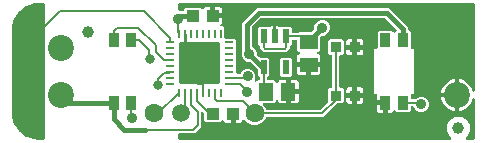
<source format=gbr>
G04 EAGLE Gerber RS-274X export*
G75*
%MOMM*%
%FSLAX34Y34*%
%LPD*%
%INBottom Copper*%
%IPPOS*%
%AMOC8*
5,1,8,0,0,1.08239X$1,22.5*%
G01*
%ADD10C,1.000000*%
%ADD11R,1.240000X1.500000*%
%ADD12R,1.500000X1.240000*%
%ADD13R,0.900000X0.900000*%
%ADD14C,0.350000*%
%ADD15R,0.800000X0.250000*%
%ADD16R,0.250000X0.800000*%
%ADD17C,1.500000*%
%ADD18C,1.600000*%
%ADD19R,1.075000X1.000000*%
%ADD20R,0.550000X1.200000*%
%ADD21R,0.900000X1.200000*%
%ADD22C,2.200000*%
%ADD23C,0.203200*%
%ADD24C,0.906400*%
%ADD25C,0.800100*%
%ADD26C,0.406400*%

G36*
X392823Y-57782D02*
X392823Y-57782D01*
X392842Y-57784D01*
X392963Y-57762D01*
X393085Y-57744D01*
X393102Y-57736D01*
X393122Y-57733D01*
X393232Y-57678D01*
X393344Y-57628D01*
X393359Y-57616D01*
X393377Y-57607D01*
X393467Y-57524D01*
X393561Y-57445D01*
X393572Y-57428D01*
X393586Y-57415D01*
X393651Y-57310D01*
X393719Y-57208D01*
X393725Y-57189D01*
X393735Y-57173D01*
X393767Y-57054D01*
X393804Y-56937D01*
X393805Y-56917D01*
X393810Y-56898D01*
X393809Y-56776D01*
X393812Y-56653D01*
X393807Y-56634D01*
X393806Y-56614D01*
X393771Y-56496D01*
X393740Y-56378D01*
X393730Y-56361D01*
X393724Y-56342D01*
X393657Y-56239D01*
X393595Y-56133D01*
X393580Y-56120D01*
X393570Y-56103D01*
X393513Y-56057D01*
X393387Y-55939D01*
X393342Y-55915D01*
X393311Y-55890D01*
X392666Y-55517D01*
X390009Y-50916D01*
X390009Y-45604D01*
X392666Y-41003D01*
X397267Y-38346D01*
X402579Y-38346D01*
X407180Y-41003D01*
X409837Y-45604D01*
X409837Y-50916D01*
X407180Y-55517D01*
X406535Y-55890D01*
X406520Y-55902D01*
X406502Y-55910D01*
X406408Y-55989D01*
X406311Y-56065D01*
X406300Y-56081D01*
X406285Y-56094D01*
X406217Y-56196D01*
X406145Y-56295D01*
X406138Y-56314D01*
X406127Y-56330D01*
X406090Y-56448D01*
X406049Y-56563D01*
X406048Y-56583D01*
X406042Y-56601D01*
X406038Y-56724D01*
X406031Y-56847D01*
X406035Y-56866D01*
X406034Y-56885D01*
X406065Y-57004D01*
X406092Y-57124D01*
X406101Y-57142D01*
X406106Y-57160D01*
X406169Y-57266D01*
X406228Y-57374D01*
X406241Y-57388D01*
X406251Y-57405D01*
X406341Y-57489D01*
X406427Y-57576D01*
X406444Y-57586D01*
X406459Y-57599D01*
X406568Y-57655D01*
X406675Y-57715D01*
X406694Y-57720D01*
X406712Y-57729D01*
X406784Y-57741D01*
X406952Y-57780D01*
X407003Y-57778D01*
X407043Y-57784D01*
X412750Y-57784D01*
X412808Y-57776D01*
X412866Y-57778D01*
X412948Y-57756D01*
X413032Y-57744D01*
X413085Y-57721D01*
X413141Y-57706D01*
X413214Y-57663D01*
X413291Y-57628D01*
X413336Y-57590D01*
X413386Y-57561D01*
X413444Y-57499D01*
X413508Y-57445D01*
X413540Y-57396D01*
X413580Y-57353D01*
X413619Y-57278D01*
X413666Y-57208D01*
X413683Y-57152D01*
X413710Y-57100D01*
X413721Y-57032D01*
X413751Y-56937D01*
X413754Y-56837D01*
X413765Y-56769D01*
X413765Y-23678D01*
X413748Y-23554D01*
X413734Y-23429D01*
X413728Y-23413D01*
X413725Y-23397D01*
X413674Y-23282D01*
X413627Y-23166D01*
X413616Y-23153D01*
X413609Y-23137D01*
X413528Y-23042D01*
X413450Y-22943D01*
X413436Y-22933D01*
X413426Y-22920D01*
X413321Y-22851D01*
X413219Y-22778D01*
X413203Y-22772D01*
X413189Y-22763D01*
X413069Y-22725D01*
X412951Y-22683D01*
X412934Y-22682D01*
X412918Y-22677D01*
X412793Y-22674D01*
X412667Y-22666D01*
X412651Y-22670D01*
X412634Y-22669D01*
X412513Y-22701D01*
X412390Y-22729D01*
X412375Y-22737D01*
X412359Y-22741D01*
X412251Y-22805D01*
X412141Y-22866D01*
X412129Y-22878D01*
X412114Y-22887D01*
X412028Y-22978D01*
X411940Y-23067D01*
X411932Y-23080D01*
X411920Y-23094D01*
X411790Y-23347D01*
X411789Y-23356D01*
X411784Y-23364D01*
X411189Y-25198D01*
X410221Y-27097D01*
X408968Y-28821D01*
X407461Y-30328D01*
X405737Y-31581D01*
X403838Y-32549D01*
X401811Y-33207D01*
X400671Y-33388D01*
X400671Y-21016D01*
X400663Y-20958D01*
X400665Y-20900D01*
X400643Y-20818D01*
X400631Y-20735D01*
X400607Y-20681D01*
X400593Y-20625D01*
X400550Y-20552D01*
X400515Y-20475D01*
X400477Y-20431D01*
X400447Y-20380D01*
X400386Y-20323D01*
X400331Y-20258D01*
X400283Y-20226D01*
X400240Y-20186D01*
X400165Y-20147D01*
X400095Y-20101D01*
X400039Y-20083D01*
X399987Y-20056D01*
X399919Y-20045D01*
X399824Y-20015D01*
X399724Y-20012D01*
X399656Y-20001D01*
X398639Y-20001D01*
X398639Y-19999D01*
X399656Y-19999D01*
X399714Y-19991D01*
X399772Y-19992D01*
X399854Y-19971D01*
X399937Y-19959D01*
X399991Y-19935D01*
X400047Y-19921D01*
X400120Y-19878D01*
X400197Y-19843D01*
X400242Y-19805D01*
X400292Y-19775D01*
X400350Y-19714D01*
X400414Y-19659D01*
X400446Y-19611D01*
X400486Y-19568D01*
X400525Y-19493D01*
X400571Y-19423D01*
X400589Y-19367D01*
X400616Y-19315D01*
X400627Y-19247D01*
X400657Y-19152D01*
X400660Y-19052D01*
X400671Y-18984D01*
X400671Y-6612D01*
X401811Y-6793D01*
X403838Y-7451D01*
X405737Y-8419D01*
X407461Y-9672D01*
X408968Y-11179D01*
X410221Y-12903D01*
X411189Y-14802D01*
X411784Y-16636D01*
X411840Y-16749D01*
X411891Y-16863D01*
X411902Y-16876D01*
X411909Y-16891D01*
X411994Y-16984D01*
X412075Y-17080D01*
X412089Y-17089D01*
X412100Y-17102D01*
X412207Y-17168D01*
X412311Y-17237D01*
X412327Y-17243D01*
X412342Y-17252D01*
X412463Y-17285D01*
X412582Y-17323D01*
X412599Y-17324D01*
X412616Y-17328D01*
X412741Y-17327D01*
X412866Y-17331D01*
X412883Y-17326D01*
X412900Y-17326D01*
X413020Y-17290D01*
X413141Y-17259D01*
X413156Y-17250D01*
X413172Y-17245D01*
X413278Y-17177D01*
X413386Y-17113D01*
X413397Y-17101D01*
X413412Y-17092D01*
X413494Y-16998D01*
X413580Y-16906D01*
X413588Y-16891D01*
X413599Y-16878D01*
X413653Y-16765D01*
X413710Y-16653D01*
X413712Y-16638D01*
X413720Y-16621D01*
X413765Y-16340D01*
X413764Y-16331D01*
X413765Y-16322D01*
X413765Y56769D01*
X413757Y56827D01*
X413759Y56885D01*
X413737Y56967D01*
X413725Y57051D01*
X413702Y57104D01*
X413687Y57160D01*
X413644Y57233D01*
X413609Y57310D01*
X413571Y57355D01*
X413542Y57405D01*
X413480Y57463D01*
X413426Y57527D01*
X413377Y57559D01*
X413334Y57599D01*
X413259Y57638D01*
X413189Y57685D01*
X413133Y57702D01*
X413081Y57729D01*
X413013Y57740D01*
X412918Y57770D01*
X412818Y57773D01*
X412750Y57784D01*
X163830Y57784D01*
X163772Y57776D01*
X163714Y57778D01*
X163632Y57756D01*
X163549Y57744D01*
X163495Y57721D01*
X163439Y57706D01*
X163366Y57663D01*
X163289Y57628D01*
X163244Y57590D01*
X163194Y57561D01*
X163136Y57499D01*
X163072Y57445D01*
X163040Y57396D01*
X163000Y57353D01*
X162961Y57278D01*
X162915Y57208D01*
X162897Y57152D01*
X162870Y57100D01*
X162859Y57032D01*
X162829Y56937D01*
X162826Y56837D01*
X162815Y56769D01*
X162815Y52070D01*
X162823Y52012D01*
X162821Y51954D01*
X162843Y51872D01*
X162855Y51788D01*
X162879Y51735D01*
X162893Y51679D01*
X162936Y51606D01*
X162971Y51529D01*
X163009Y51484D01*
X163039Y51434D01*
X163100Y51376D01*
X163155Y51312D01*
X163203Y51280D01*
X163246Y51240D01*
X163321Y51201D01*
X163391Y51154D01*
X163447Y51137D01*
X163499Y51110D01*
X163567Y51099D01*
X163662Y51069D01*
X163762Y51066D01*
X163830Y51055D01*
X166592Y51055D01*
X166650Y51063D01*
X166708Y51061D01*
X166790Y51083D01*
X166874Y51095D01*
X166927Y51118D01*
X166983Y51133D01*
X167056Y51176D01*
X167133Y51211D01*
X167178Y51249D01*
X167228Y51278D01*
X167286Y51340D01*
X167350Y51394D01*
X167382Y51443D01*
X167422Y51486D01*
X167461Y51561D01*
X167508Y51631D01*
X167525Y51687D01*
X167552Y51739D01*
X167563Y51807D01*
X167593Y51902D01*
X167596Y52002D01*
X167607Y52070D01*
X167607Y52832D01*
X168798Y54023D01*
X181232Y54023D01*
X182609Y52646D01*
X182648Y52616D01*
X182681Y52580D01*
X182761Y52531D01*
X182836Y52475D01*
X182882Y52457D01*
X182923Y52432D01*
X183014Y52407D01*
X183102Y52374D01*
X183151Y52369D01*
X183198Y52357D01*
X183292Y52358D01*
X183385Y52350D01*
X183433Y52360D01*
X183482Y52360D01*
X183572Y52387D01*
X183664Y52406D01*
X183707Y52428D01*
X183754Y52442D01*
X183833Y52493D01*
X183916Y52537D01*
X183952Y52570D01*
X183993Y52597D01*
X184040Y52654D01*
X184122Y52733D01*
X184166Y52808D01*
X184206Y52856D01*
X184607Y53550D01*
X185080Y54023D01*
X185659Y54358D01*
X186306Y54531D01*
X189984Y54531D01*
X189984Y48006D01*
X189992Y47948D01*
X189990Y47890D01*
X190012Y47808D01*
X190024Y47725D01*
X190048Y47671D01*
X190062Y47615D01*
X190105Y47542D01*
X190140Y47465D01*
X190178Y47421D01*
X190208Y47370D01*
X190269Y47313D01*
X190324Y47248D01*
X190372Y47216D01*
X190415Y47176D01*
X190490Y47137D01*
X190560Y47091D01*
X190616Y47073D01*
X190668Y47046D01*
X190736Y47035D01*
X190831Y47005D01*
X190931Y47002D01*
X190999Y46991D01*
X192016Y46991D01*
X192016Y45974D01*
X192024Y45916D01*
X192023Y45858D01*
X192044Y45776D01*
X192056Y45693D01*
X192080Y45639D01*
X192094Y45583D01*
X192137Y45510D01*
X192172Y45433D01*
X192210Y45388D01*
X192240Y45338D01*
X192301Y45280D01*
X192356Y45216D01*
X192404Y45184D01*
X192447Y45144D01*
X192522Y45105D01*
X192592Y45059D01*
X192648Y45041D01*
X192700Y45014D01*
X192768Y45003D01*
X192863Y44973D01*
X192963Y44970D01*
X193031Y44959D01*
X199931Y44959D01*
X199931Y41656D01*
X199758Y41009D01*
X199423Y40430D01*
X198950Y39957D01*
X198873Y39912D01*
X198857Y39900D01*
X198839Y39892D01*
X198746Y39813D01*
X198649Y39737D01*
X198637Y39721D01*
X198622Y39708D01*
X198554Y39606D01*
X198482Y39507D01*
X198476Y39488D01*
X198465Y39472D01*
X198428Y39354D01*
X198386Y39239D01*
X198385Y39220D01*
X198379Y39201D01*
X198376Y39078D01*
X198368Y38955D01*
X198372Y38936D01*
X198372Y38917D01*
X198403Y38798D01*
X198429Y38678D01*
X198439Y38660D01*
X198443Y38642D01*
X198506Y38536D01*
X198565Y38428D01*
X198579Y38414D01*
X198589Y38397D01*
X198678Y38313D01*
X198765Y38226D01*
X198782Y38216D01*
X198796Y38203D01*
X198905Y38147D01*
X199013Y38087D01*
X199032Y38082D01*
X199049Y38073D01*
X199122Y38061D01*
X199289Y38022D01*
X199340Y38024D01*
X199380Y38018D01*
X200567Y38018D01*
X201758Y36827D01*
X201758Y28783D01*
X201766Y28725D01*
X201764Y28667D01*
X201786Y28585D01*
X201798Y28501D01*
X201821Y28448D01*
X201836Y28392D01*
X201879Y28319D01*
X201914Y28242D01*
X201952Y28197D01*
X201981Y28147D01*
X202043Y28089D01*
X202097Y28025D01*
X202146Y27993D01*
X202189Y27953D01*
X202264Y27914D01*
X202334Y27867D01*
X202390Y27850D01*
X202442Y27823D01*
X202510Y27812D01*
X202605Y27782D01*
X202705Y27779D01*
X202773Y27768D01*
X210817Y27768D01*
X212008Y26577D01*
X212008Y-1451D01*
X212016Y-1509D01*
X212014Y-1567D01*
X212036Y-1649D01*
X212048Y-1733D01*
X212071Y-1786D01*
X212086Y-1842D01*
X212129Y-1915D01*
X212164Y-1992D01*
X212202Y-2037D01*
X212231Y-2087D01*
X212293Y-2145D01*
X212347Y-2209D01*
X212396Y-2241D01*
X212439Y-2281D01*
X212514Y-2320D01*
X212584Y-2367D01*
X212640Y-2384D01*
X212692Y-2411D01*
X212760Y-2422D01*
X212855Y-2452D01*
X212955Y-2455D01*
X213023Y-2466D01*
X214505Y-2466D01*
X214506Y-2466D01*
X214508Y-2466D01*
X214648Y-2446D01*
X214786Y-2426D01*
X214788Y-2426D01*
X214789Y-2426D01*
X214915Y-2369D01*
X215046Y-2310D01*
X215047Y-2309D01*
X215048Y-2308D01*
X215156Y-2217D01*
X215263Y-2127D01*
X215264Y-2125D01*
X215265Y-2124D01*
X215273Y-2111D01*
X215420Y-1890D01*
X215430Y-1861D01*
X215443Y-1840D01*
X215947Y-623D01*
X217793Y1223D01*
X220206Y2223D01*
X222818Y2223D01*
X225231Y1223D01*
X227077Y-623D01*
X228077Y-3036D01*
X228077Y-5648D01*
X227395Y-7293D01*
X227374Y-7376D01*
X227343Y-7456D01*
X227338Y-7513D01*
X227324Y-7568D01*
X227327Y-7654D01*
X227320Y-7740D01*
X227331Y-7795D01*
X227332Y-7852D01*
X227359Y-7934D01*
X227375Y-8018D01*
X227402Y-8069D01*
X227419Y-8123D01*
X227467Y-8194D01*
X227506Y-8271D01*
X227546Y-8312D01*
X227577Y-8359D01*
X227643Y-8414D01*
X227702Y-8477D01*
X227751Y-8506D01*
X227795Y-8542D01*
X227873Y-8577D01*
X227948Y-8620D01*
X228003Y-8635D01*
X228055Y-8658D01*
X228140Y-8669D01*
X228223Y-8691D01*
X228280Y-8689D01*
X228336Y-8697D01*
X228421Y-8684D01*
X228507Y-8682D01*
X228561Y-8664D01*
X228618Y-8656D01*
X228696Y-8621D01*
X228778Y-8594D01*
X228818Y-8565D01*
X228877Y-8539D01*
X228987Y-8445D01*
X229051Y-8399D01*
X229838Y-7612D01*
X230911Y-7612D01*
X230969Y-7604D01*
X231027Y-7606D01*
X231109Y-7584D01*
X231193Y-7572D01*
X231246Y-7549D01*
X231302Y-7534D01*
X231375Y-7491D01*
X231452Y-7456D01*
X231497Y-7418D01*
X231547Y-7389D01*
X231605Y-7327D01*
X231669Y-7273D01*
X231701Y-7224D01*
X231741Y-7181D01*
X231780Y-7106D01*
X231827Y-7036D01*
X231844Y-6980D01*
X231871Y-6928D01*
X231882Y-6860D01*
X231912Y-6765D01*
X231915Y-6665D01*
X231926Y-6597D01*
X231926Y-5488D01*
X231914Y-5401D01*
X231911Y-5313D01*
X231894Y-5261D01*
X231886Y-5206D01*
X231851Y-5126D01*
X231824Y-5043D01*
X231796Y-5004D01*
X231770Y-4947D01*
X231674Y-4833D01*
X231629Y-4770D01*
X230192Y-3333D01*
X230192Y1129D01*
X230185Y1182D01*
X230186Y1217D01*
X230179Y1241D01*
X230177Y1303D01*
X230160Y1355D01*
X230152Y1410D01*
X230117Y1490D01*
X230090Y1573D01*
X230062Y1613D01*
X230036Y1670D01*
X229940Y1783D01*
X229895Y1847D01*
X223999Y7743D01*
X223929Y7795D01*
X223865Y7855D01*
X223816Y7881D01*
X223771Y7914D01*
X223690Y7945D01*
X223612Y7985D01*
X223564Y7993D01*
X223506Y8015D01*
X223358Y8027D01*
X223281Y8040D01*
X221579Y8040D01*
X219166Y9040D01*
X217320Y10886D01*
X216320Y13299D01*
X216320Y15911D01*
X216838Y17161D01*
X216846Y17191D01*
X216860Y17218D01*
X216873Y17296D01*
X216909Y17436D01*
X216907Y17500D01*
X216915Y17549D01*
X216915Y41054D01*
X229456Y53595D01*
X340774Y53595D01*
X357125Y37244D01*
X357125Y35548D01*
X357133Y35490D01*
X357131Y35432D01*
X357153Y35350D01*
X357165Y35266D01*
X357188Y35213D01*
X357203Y35157D01*
X357246Y35084D01*
X357281Y35007D01*
X357319Y34962D01*
X357348Y34912D01*
X357410Y34854D01*
X357464Y34790D01*
X357513Y34758D01*
X357556Y34718D01*
X357631Y34679D01*
X357701Y34632D01*
X357757Y34615D01*
X357809Y34588D01*
X357877Y34577D01*
X357972Y34547D01*
X358072Y34544D01*
X358140Y34533D01*
X358282Y34533D01*
X359473Y33342D01*
X359473Y20016D01*
X359481Y19958D01*
X359479Y19900D01*
X359501Y19818D01*
X359513Y19734D01*
X359536Y19681D01*
X359551Y19625D01*
X359594Y19552D01*
X359629Y19475D01*
X359667Y19430D01*
X359696Y19380D01*
X359758Y19322D01*
X359812Y19258D01*
X359861Y19226D01*
X359904Y19186D01*
X359979Y19147D01*
X360049Y19100D01*
X360105Y19083D01*
X360157Y19056D01*
X360225Y19045D01*
X360320Y19015D01*
X360420Y19012D01*
X360488Y19001D01*
X362440Y19001D01*
X362441Y19000D01*
X362441Y-19000D01*
X362440Y-19001D01*
X360488Y-19001D01*
X360430Y-19009D01*
X360372Y-19007D01*
X360290Y-19029D01*
X360206Y-19041D01*
X360153Y-19064D01*
X360097Y-19079D01*
X360024Y-19122D01*
X359947Y-19157D01*
X359902Y-19195D01*
X359852Y-19224D01*
X359794Y-19286D01*
X359730Y-19340D01*
X359698Y-19389D01*
X359658Y-19432D01*
X359619Y-19507D01*
X359572Y-19577D01*
X359555Y-19633D01*
X359528Y-19685D01*
X359517Y-19753D01*
X359487Y-19848D01*
X359484Y-19948D01*
X359473Y-20016D01*
X359473Y-22436D01*
X359481Y-22494D01*
X359479Y-22552D01*
X359501Y-22634D01*
X359513Y-22718D01*
X359536Y-22771D01*
X359551Y-22827D01*
X359594Y-22900D01*
X359629Y-22977D01*
X359667Y-23022D01*
X359696Y-23072D01*
X359758Y-23130D01*
X359812Y-23194D01*
X359861Y-23226D01*
X359904Y-23266D01*
X359979Y-23305D01*
X360049Y-23352D01*
X360105Y-23369D01*
X360157Y-23396D01*
X360225Y-23407D01*
X360320Y-23437D01*
X360420Y-23440D01*
X360488Y-23451D01*
X363084Y-23451D01*
X363171Y-23439D01*
X363258Y-23436D01*
X363311Y-23419D01*
X363366Y-23411D01*
X363446Y-23376D01*
X363529Y-23349D01*
X363568Y-23321D01*
X363625Y-23295D01*
X363738Y-23199D01*
X363802Y-23154D01*
X364581Y-22375D01*
X366994Y-21375D01*
X369606Y-21375D01*
X372019Y-22375D01*
X373865Y-24221D01*
X374865Y-26634D01*
X374865Y-29246D01*
X373865Y-31659D01*
X372019Y-33505D01*
X369606Y-34505D01*
X366994Y-34505D01*
X364581Y-33505D01*
X362735Y-31659D01*
X362120Y-30175D01*
X362120Y-30174D01*
X362119Y-30173D01*
X362050Y-30056D01*
X361976Y-29931D01*
X361975Y-29929D01*
X361974Y-29928D01*
X361872Y-29833D01*
X361769Y-29735D01*
X361768Y-29735D01*
X361767Y-29734D01*
X361641Y-29669D01*
X361516Y-29605D01*
X361515Y-29605D01*
X361513Y-29604D01*
X361499Y-29602D01*
X361238Y-29550D01*
X361207Y-29553D01*
X361182Y-29549D01*
X360488Y-29549D01*
X360430Y-29557D01*
X360372Y-29555D01*
X360290Y-29577D01*
X360206Y-29589D01*
X360153Y-29612D01*
X360097Y-29627D01*
X360024Y-29670D01*
X359947Y-29705D01*
X359902Y-29743D01*
X359852Y-29772D01*
X359794Y-29834D01*
X359730Y-29888D01*
X359698Y-29937D01*
X359658Y-29980D01*
X359619Y-30055D01*
X359572Y-30125D01*
X359555Y-30181D01*
X359528Y-30233D01*
X359517Y-30301D01*
X359487Y-30396D01*
X359484Y-30496D01*
X359473Y-30564D01*
X359473Y-33342D01*
X358282Y-34533D01*
X347598Y-34533D01*
X346379Y-33314D01*
X346340Y-33285D01*
X346308Y-33249D01*
X346227Y-33200D01*
X346152Y-33143D01*
X346107Y-33126D01*
X346065Y-33100D01*
X345975Y-33076D01*
X345887Y-33042D01*
X345838Y-33038D01*
X345791Y-33025D01*
X345697Y-33026D01*
X345603Y-33018D01*
X345556Y-33028D01*
X345507Y-33029D01*
X345417Y-33056D01*
X345325Y-33074D01*
X345281Y-33097D01*
X345235Y-33111D01*
X345156Y-33162D01*
X345072Y-33205D01*
X345037Y-33239D01*
X344996Y-33265D01*
X344949Y-33323D01*
X344866Y-33401D01*
X344822Y-33476D01*
X344782Y-33524D01*
X344473Y-34060D01*
X344000Y-34533D01*
X343421Y-34868D01*
X342774Y-35041D01*
X339971Y-35041D01*
X339971Y-27516D01*
X339963Y-27458D01*
X339964Y-27400D01*
X339943Y-27318D01*
X339931Y-27235D01*
X339907Y-27181D01*
X339893Y-27125D01*
X339850Y-27052D01*
X339815Y-26975D01*
X339777Y-26931D01*
X339747Y-26880D01*
X339686Y-26823D01*
X339631Y-26758D01*
X339583Y-26726D01*
X339540Y-26686D01*
X339465Y-26647D01*
X339395Y-26601D01*
X339339Y-26583D01*
X339287Y-26556D01*
X339219Y-26545D01*
X339124Y-26515D01*
X339024Y-26512D01*
X338956Y-26501D01*
X337939Y-26501D01*
X337939Y-25484D01*
X337931Y-25426D01*
X337932Y-25368D01*
X337911Y-25286D01*
X337899Y-25203D01*
X337875Y-25149D01*
X337861Y-25093D01*
X337818Y-25020D01*
X337783Y-24943D01*
X337745Y-24898D01*
X337715Y-24848D01*
X337654Y-24790D01*
X337599Y-24726D01*
X337551Y-24694D01*
X337508Y-24654D01*
X337433Y-24615D01*
X337363Y-24569D01*
X337307Y-24551D01*
X337255Y-24524D01*
X337187Y-24513D01*
X337092Y-24483D01*
X336992Y-24480D01*
X336924Y-24469D01*
X330899Y-24469D01*
X330899Y-20032D01*
X330899Y-20031D01*
X330903Y-19997D01*
X330896Y-19949D01*
X330897Y-19900D01*
X330873Y-19809D01*
X330858Y-19716D01*
X330837Y-19672D01*
X330825Y-19625D01*
X330777Y-19544D01*
X330737Y-19459D01*
X330705Y-19422D01*
X330680Y-19380D01*
X330611Y-19316D01*
X330549Y-19245D01*
X330508Y-19219D01*
X330472Y-19186D01*
X330389Y-19143D01*
X330310Y-19092D01*
X330263Y-19079D01*
X330219Y-19056D01*
X330146Y-19044D01*
X330037Y-19012D01*
X329950Y-19011D01*
X329888Y-19001D01*
X328440Y-19001D01*
X328439Y-19000D01*
X328439Y19000D01*
X328440Y19001D01*
X330392Y19001D01*
X330450Y19009D01*
X330508Y19007D01*
X330590Y19029D01*
X330674Y19041D01*
X330727Y19064D01*
X330783Y19079D01*
X330856Y19122D01*
X330933Y19157D01*
X330978Y19195D01*
X331028Y19224D01*
X331086Y19286D01*
X331150Y19340D01*
X331182Y19389D01*
X331222Y19432D01*
X331261Y19507D01*
X331308Y19577D01*
X331325Y19633D01*
X331352Y19685D01*
X331363Y19753D01*
X331393Y19848D01*
X331396Y19948D01*
X331407Y20016D01*
X331407Y33342D01*
X332598Y34533D01*
X343282Y34533D01*
X344722Y33093D01*
X344769Y33058D01*
X344809Y33015D01*
X344882Y32972D01*
X344949Y32922D01*
X345004Y32901D01*
X345054Y32871D01*
X345136Y32851D01*
X345215Y32820D01*
X345273Y32816D01*
X345330Y32801D01*
X345414Y32804D01*
X345498Y32797D01*
X345556Y32808D01*
X345614Y32810D01*
X345694Y32836D01*
X345777Y32853D01*
X345829Y32880D01*
X345885Y32898D01*
X345941Y32938D01*
X346029Y32984D01*
X346102Y33053D01*
X346158Y33093D01*
X347251Y34185D01*
X347286Y34232D01*
X347328Y34272D01*
X347371Y34345D01*
X347421Y34412D01*
X347442Y34467D01*
X347472Y34518D01*
X347493Y34599D01*
X347523Y34678D01*
X347528Y34736D01*
X347542Y34793D01*
X347539Y34877D01*
X347546Y34961D01*
X347535Y35019D01*
X347533Y35077D01*
X347507Y35157D01*
X347490Y35240D01*
X347463Y35292D01*
X347445Y35348D01*
X347405Y35404D01*
X347359Y35492D01*
X347291Y35565D01*
X347251Y35621D01*
X337704Y45168D01*
X337634Y45220D01*
X337570Y45280D01*
X337521Y45306D01*
X337476Y45339D01*
X337395Y45370D01*
X337317Y45410D01*
X337269Y45418D01*
X337211Y45440D01*
X337063Y45452D01*
X336986Y45465D01*
X233244Y45465D01*
X233158Y45453D01*
X233070Y45450D01*
X233018Y45433D01*
X232963Y45425D01*
X232883Y45390D01*
X232800Y45363D01*
X232760Y45335D01*
X232703Y45309D01*
X232590Y45213D01*
X232526Y45168D01*
X225342Y37984D01*
X225290Y37914D01*
X225230Y37850D01*
X225204Y37801D01*
X225171Y37756D01*
X225140Y37675D01*
X225100Y37597D01*
X225092Y37549D01*
X225070Y37491D01*
X225058Y37343D01*
X225045Y37266D01*
X225045Y21494D01*
X225045Y21493D01*
X225045Y21491D01*
X225065Y21350D01*
X225085Y21213D01*
X225085Y21211D01*
X225085Y21210D01*
X225145Y21077D01*
X225201Y20953D01*
X225202Y20952D01*
X225203Y20951D01*
X225295Y20843D01*
X225384Y20736D01*
X225386Y20736D01*
X225387Y20734D01*
X225400Y20726D01*
X225621Y20579D01*
X225650Y20570D01*
X225671Y20556D01*
X226604Y20170D01*
X228450Y18324D01*
X229450Y15911D01*
X229450Y14209D01*
X229462Y14123D01*
X229465Y14035D01*
X229482Y13983D01*
X229490Y13928D01*
X229525Y13848D01*
X229552Y13765D01*
X229580Y13725D01*
X229606Y13668D01*
X229702Y13555D01*
X229747Y13491D01*
X231399Y11839D01*
X231469Y11787D01*
X231533Y11727D01*
X231582Y11701D01*
X231627Y11668D01*
X231708Y11637D01*
X231786Y11597D01*
X231834Y11589D01*
X231892Y11567D01*
X232040Y11555D01*
X232117Y11542D01*
X238567Y11542D01*
X239758Y10351D01*
X239758Y-3333D01*
X238321Y-4770D01*
X238269Y-4839D01*
X238209Y-4903D01*
X238183Y-4953D01*
X238150Y-4997D01*
X238119Y-5079D01*
X238079Y-5156D01*
X238071Y-5204D01*
X238049Y-5262D01*
X238037Y-5410D01*
X238024Y-5488D01*
X238024Y-6597D01*
X238032Y-6655D01*
X238030Y-6713D01*
X238052Y-6795D01*
X238064Y-6879D01*
X238087Y-6932D01*
X238102Y-6988D01*
X238145Y-7061D01*
X238180Y-7138D01*
X238218Y-7183D01*
X238247Y-7233D01*
X238309Y-7291D01*
X238363Y-7355D01*
X238412Y-7387D01*
X238455Y-7427D01*
X238530Y-7466D01*
X238600Y-7513D01*
X238656Y-7530D01*
X238708Y-7557D01*
X238776Y-7568D01*
X238871Y-7598D01*
X238971Y-7601D01*
X239039Y-7612D01*
X243922Y-7612D01*
X245113Y-8803D01*
X245113Y-9162D01*
X245114Y-9172D01*
X245113Y-9182D01*
X245134Y-9313D01*
X245153Y-9444D01*
X245157Y-9453D01*
X245158Y-9462D01*
X245214Y-9582D01*
X245269Y-9703D01*
X245275Y-9711D01*
X245279Y-9719D01*
X245367Y-9819D01*
X245452Y-9920D01*
X245461Y-9925D01*
X245467Y-9933D01*
X245579Y-10004D01*
X245689Y-10078D01*
X245699Y-10081D01*
X245707Y-10086D01*
X245833Y-10123D01*
X245960Y-10163D01*
X245970Y-10164D01*
X245979Y-10166D01*
X246112Y-10167D01*
X246244Y-10171D01*
X246254Y-10168D01*
X246264Y-10168D01*
X246392Y-10132D01*
X246519Y-10099D01*
X246528Y-10094D01*
X246537Y-10091D01*
X246650Y-10021D01*
X246764Y-9954D01*
X246771Y-9946D01*
X246779Y-9941D01*
X246868Y-9843D01*
X246958Y-9746D01*
X246963Y-9738D01*
X246969Y-9730D01*
X246993Y-9679D01*
X247088Y-9493D01*
X247094Y-9458D01*
X247109Y-9425D01*
X247312Y-8664D01*
X247647Y-8085D01*
X248120Y-7612D01*
X248699Y-7277D01*
X249346Y-7104D01*
X253849Y-7104D01*
X253849Y-16129D01*
X253857Y-16187D01*
X253855Y-16245D01*
X253877Y-16327D01*
X253889Y-16410D01*
X253913Y-16464D01*
X253927Y-16520D01*
X253970Y-16593D01*
X254005Y-16670D01*
X254043Y-16714D01*
X254073Y-16765D01*
X254134Y-16822D01*
X254189Y-16887D01*
X254237Y-16919D01*
X254280Y-16959D01*
X254355Y-16998D01*
X254425Y-17044D01*
X254481Y-17062D01*
X254533Y-17089D01*
X254601Y-17100D01*
X254696Y-17130D01*
X254796Y-17133D01*
X254864Y-17144D01*
X255881Y-17144D01*
X255881Y-17146D01*
X254864Y-17146D01*
X254806Y-17154D01*
X254748Y-17153D01*
X254666Y-17174D01*
X254583Y-17186D01*
X254529Y-17210D01*
X254473Y-17224D01*
X254400Y-17267D01*
X254323Y-17302D01*
X254278Y-17340D01*
X254228Y-17370D01*
X254170Y-17431D01*
X254106Y-17486D01*
X254074Y-17534D01*
X254034Y-17577D01*
X253995Y-17652D01*
X253949Y-17722D01*
X253931Y-17778D01*
X253904Y-17830D01*
X253893Y-17898D01*
X253863Y-17993D01*
X253860Y-18093D01*
X253849Y-18161D01*
X253849Y-27186D01*
X249346Y-27186D01*
X248699Y-27013D01*
X248120Y-26678D01*
X247647Y-26205D01*
X247312Y-25626D01*
X247109Y-24865D01*
X247105Y-24856D01*
X247103Y-24846D01*
X247050Y-24726D01*
X246997Y-24604D01*
X246991Y-24596D01*
X246987Y-24587D01*
X246902Y-24486D01*
X246818Y-24383D01*
X246810Y-24377D01*
X246803Y-24370D01*
X246693Y-24297D01*
X246584Y-24221D01*
X246575Y-24218D01*
X246567Y-24212D01*
X246440Y-24172D01*
X246315Y-24130D01*
X246305Y-24130D01*
X246296Y-24127D01*
X246163Y-24123D01*
X246031Y-24117D01*
X246021Y-24120D01*
X246012Y-24119D01*
X245884Y-24153D01*
X245755Y-24184D01*
X245746Y-24189D01*
X245737Y-24191D01*
X245623Y-24259D01*
X245507Y-24324D01*
X245501Y-24331D01*
X245492Y-24336D01*
X245401Y-24433D01*
X245309Y-24528D01*
X245304Y-24536D01*
X245298Y-24544D01*
X245237Y-24662D01*
X245175Y-24778D01*
X245173Y-24788D01*
X245168Y-24797D01*
X245159Y-24853D01*
X245115Y-25056D01*
X245119Y-25092D01*
X245113Y-25128D01*
X245113Y-25487D01*
X243922Y-26678D01*
X235087Y-26678D01*
X235058Y-26682D01*
X235029Y-26679D01*
X234918Y-26702D01*
X234806Y-26718D01*
X234779Y-26730D01*
X234750Y-26735D01*
X234649Y-26788D01*
X234546Y-26834D01*
X234524Y-26853D01*
X234498Y-26866D01*
X234416Y-26944D01*
X234329Y-27017D01*
X234313Y-27042D01*
X234292Y-27062D01*
X234235Y-27160D01*
X234172Y-27254D01*
X234163Y-27282D01*
X234148Y-27307D01*
X234120Y-27417D01*
X234086Y-27525D01*
X234085Y-27555D01*
X234078Y-27583D01*
X234082Y-27696D01*
X234079Y-27809D01*
X234086Y-27838D01*
X234087Y-27867D01*
X234122Y-27975D01*
X234150Y-28084D01*
X234165Y-28110D01*
X234174Y-28138D01*
X234220Y-28202D01*
X234296Y-28329D01*
X234341Y-28372D01*
X234369Y-28411D01*
X235835Y-29877D01*
X236667Y-31885D01*
X236668Y-31886D01*
X236668Y-31887D01*
X236740Y-32008D01*
X236811Y-32129D01*
X236813Y-32130D01*
X236813Y-32132D01*
X236917Y-32229D01*
X237018Y-32325D01*
X237020Y-32325D01*
X237021Y-32326D01*
X237146Y-32391D01*
X237271Y-32455D01*
X237272Y-32455D01*
X237274Y-32456D01*
X237289Y-32458D01*
X237550Y-32510D01*
X237580Y-32507D01*
X237605Y-32511D01*
X282797Y-32511D01*
X282883Y-32499D01*
X282971Y-32496D01*
X283023Y-32479D01*
X283078Y-32471D01*
X283158Y-32436D01*
X283241Y-32409D01*
X283280Y-32381D01*
X283338Y-32355D01*
X283451Y-32259D01*
X283515Y-32214D01*
X289335Y-26394D01*
X289387Y-26324D01*
X289447Y-26260D01*
X289473Y-26211D01*
X289506Y-26166D01*
X289537Y-26085D01*
X289577Y-26007D01*
X289585Y-25959D01*
X289607Y-25901D01*
X289619Y-25753D01*
X289632Y-25676D01*
X289632Y-15158D01*
X290823Y-13967D01*
X292101Y-13967D01*
X292159Y-13959D01*
X292217Y-13961D01*
X292299Y-13939D01*
X292383Y-13927D01*
X292436Y-13904D01*
X292492Y-13889D01*
X292565Y-13846D01*
X292642Y-13811D01*
X292687Y-13773D01*
X292737Y-13744D01*
X292795Y-13682D01*
X292859Y-13628D01*
X292891Y-13579D01*
X292931Y-13536D01*
X292970Y-13461D01*
X293017Y-13391D01*
X293034Y-13335D01*
X293061Y-13283D01*
X293072Y-13215D01*
X293102Y-13120D01*
X293105Y-13020D01*
X293116Y-12952D01*
X293116Y12952D01*
X293108Y13010D01*
X293110Y13068D01*
X293088Y13150D01*
X293076Y13234D01*
X293053Y13287D01*
X293038Y13343D01*
X292995Y13416D01*
X292960Y13493D01*
X292922Y13538D01*
X292893Y13588D01*
X292831Y13646D01*
X292777Y13710D01*
X292728Y13742D01*
X292685Y13782D01*
X292610Y13821D01*
X292540Y13868D01*
X292484Y13885D01*
X292432Y13912D01*
X292364Y13923D01*
X292269Y13953D01*
X292169Y13956D01*
X292101Y13967D01*
X290823Y13967D01*
X289632Y15158D01*
X289632Y25842D01*
X290823Y27033D01*
X301507Y27033D01*
X302698Y25842D01*
X302698Y15158D01*
X301507Y13967D01*
X300229Y13967D01*
X300171Y13959D01*
X300113Y13961D01*
X300031Y13939D01*
X299947Y13927D01*
X299894Y13904D01*
X299838Y13889D01*
X299765Y13846D01*
X299688Y13811D01*
X299643Y13773D01*
X299593Y13744D01*
X299535Y13682D01*
X299471Y13628D01*
X299439Y13579D01*
X299399Y13536D01*
X299360Y13461D01*
X299313Y13391D01*
X299296Y13335D01*
X299269Y13283D01*
X299258Y13215D01*
X299228Y13120D01*
X299225Y13020D01*
X299214Y12952D01*
X299214Y-12952D01*
X299222Y-13010D01*
X299220Y-13068D01*
X299242Y-13150D01*
X299254Y-13234D01*
X299277Y-13287D01*
X299292Y-13343D01*
X299335Y-13416D01*
X299370Y-13493D01*
X299408Y-13538D01*
X299437Y-13588D01*
X299499Y-13646D01*
X299553Y-13710D01*
X299602Y-13742D01*
X299645Y-13782D01*
X299720Y-13821D01*
X299790Y-13868D01*
X299846Y-13885D01*
X299898Y-13912D01*
X299966Y-13923D01*
X300061Y-13953D01*
X300161Y-13956D01*
X300229Y-13967D01*
X301507Y-13967D01*
X302698Y-15158D01*
X302698Y-25842D01*
X301507Y-27033D01*
X297739Y-27033D01*
X297653Y-27045D01*
X297565Y-27048D01*
X297513Y-27065D01*
X297458Y-27073D01*
X297378Y-27108D01*
X297295Y-27135D01*
X297256Y-27163D01*
X297198Y-27189D01*
X297085Y-27285D01*
X297021Y-27330D01*
X287826Y-36525D01*
X287826Y-36526D01*
X285743Y-38609D01*
X237605Y-38609D01*
X237603Y-38609D01*
X237602Y-38609D01*
X237462Y-38629D01*
X237323Y-38649D01*
X237322Y-38649D01*
X237320Y-38649D01*
X237194Y-38706D01*
X237064Y-38765D01*
X237063Y-38766D01*
X237061Y-38767D01*
X236954Y-38858D01*
X236847Y-38948D01*
X236846Y-38950D01*
X236845Y-38951D01*
X236837Y-38964D01*
X236689Y-39185D01*
X236680Y-39214D01*
X236667Y-39235D01*
X235835Y-41243D01*
X233013Y-44065D01*
X229326Y-45593D01*
X225334Y-45593D01*
X221647Y-44065D01*
X218749Y-41168D01*
X218718Y-41144D01*
X218692Y-41115D01*
X218605Y-41059D01*
X218522Y-40997D01*
X218486Y-40983D01*
X218453Y-40962D01*
X218353Y-40932D01*
X218256Y-40896D01*
X218218Y-40892D01*
X218180Y-40881D01*
X218076Y-40881D01*
X217973Y-40872D01*
X217935Y-40880D01*
X217896Y-40879D01*
X217796Y-40908D01*
X217694Y-40928D01*
X217660Y-40946D01*
X217622Y-40956D01*
X217534Y-41011D01*
X217442Y-41059D01*
X217414Y-41086D01*
X217381Y-41106D01*
X217311Y-41183D01*
X217236Y-41255D01*
X217216Y-41288D01*
X217190Y-41317D01*
X217158Y-41388D01*
X217092Y-41500D01*
X217074Y-41572D01*
X217051Y-41623D01*
X216903Y-42176D01*
X216568Y-42755D01*
X216095Y-43228D01*
X215516Y-43563D01*
X214869Y-43736D01*
X211191Y-43736D01*
X211191Y-37211D01*
X211183Y-37153D01*
X211184Y-37095D01*
X211163Y-37013D01*
X211151Y-36930D01*
X211127Y-36876D01*
X211113Y-36820D01*
X211070Y-36747D01*
X211035Y-36670D01*
X210997Y-36626D01*
X210967Y-36575D01*
X210906Y-36518D01*
X210851Y-36453D01*
X210803Y-36421D01*
X210760Y-36381D01*
X210685Y-36342D01*
X210615Y-36296D01*
X210559Y-36278D01*
X210507Y-36251D01*
X210439Y-36240D01*
X210344Y-36210D01*
X210244Y-36207D01*
X210176Y-36196D01*
X208144Y-36196D01*
X208086Y-36204D01*
X208028Y-36203D01*
X207946Y-36224D01*
X207863Y-36236D01*
X207809Y-36260D01*
X207753Y-36274D01*
X207680Y-36317D01*
X207603Y-36352D01*
X207558Y-36390D01*
X207508Y-36420D01*
X207450Y-36481D01*
X207386Y-36536D01*
X207354Y-36584D01*
X207314Y-36627D01*
X207275Y-36702D01*
X207229Y-36772D01*
X207211Y-36828D01*
X207184Y-36880D01*
X207173Y-36948D01*
X207143Y-37043D01*
X207140Y-37143D01*
X207129Y-37211D01*
X207129Y-43736D01*
X203451Y-43736D01*
X202804Y-43563D01*
X202225Y-43228D01*
X201752Y-42755D01*
X201351Y-42061D01*
X201321Y-42023D01*
X201299Y-41979D01*
X201234Y-41911D01*
X201176Y-41837D01*
X201136Y-41808D01*
X201103Y-41773D01*
X201022Y-41726D01*
X200946Y-41671D01*
X200899Y-41654D01*
X200858Y-41629D01*
X200767Y-41606D01*
X200678Y-41574D01*
X200629Y-41571D01*
X200582Y-41559D01*
X200488Y-41562D01*
X200394Y-41556D01*
X200347Y-41567D01*
X200298Y-41568D01*
X200208Y-41597D01*
X200117Y-41617D01*
X200074Y-41641D01*
X200027Y-41656D01*
X199967Y-41699D01*
X199867Y-41753D01*
X199805Y-41814D01*
X199754Y-41851D01*
X198377Y-43228D01*
X185943Y-43228D01*
X184752Y-42037D01*
X184752Y-36059D01*
X184740Y-35973D01*
X184737Y-35885D01*
X184720Y-35833D01*
X184712Y-35778D01*
X184677Y-35698D01*
X184650Y-35615D01*
X184622Y-35576D01*
X184596Y-35518D01*
X184500Y-35405D01*
X184455Y-35341D01*
X183852Y-34738D01*
X183828Y-34721D01*
X183809Y-34698D01*
X183715Y-34635D01*
X183625Y-34568D01*
X183597Y-34557D01*
X183573Y-34541D01*
X183465Y-34507D01*
X183359Y-34466D01*
X183330Y-34464D01*
X183302Y-34455D01*
X183188Y-34452D01*
X183076Y-34443D01*
X183047Y-34448D01*
X183018Y-34448D01*
X182908Y-34476D01*
X182797Y-34499D01*
X182771Y-34512D01*
X182743Y-34520D01*
X182645Y-34577D01*
X182545Y-34630D01*
X182523Y-34650D01*
X182498Y-34665D01*
X182421Y-34747D01*
X182339Y-34825D01*
X182324Y-34851D01*
X182304Y-34872D01*
X182252Y-34973D01*
X182195Y-35071D01*
X182188Y-35099D01*
X182174Y-35125D01*
X182161Y-35203D01*
X182125Y-35346D01*
X182127Y-35409D01*
X182119Y-35456D01*
X182119Y-46983D01*
X176523Y-52579D01*
X163830Y-52579D01*
X163772Y-52587D01*
X163714Y-52585D01*
X163632Y-52607D01*
X163549Y-52619D01*
X163495Y-52642D01*
X163439Y-52657D01*
X163366Y-52700D01*
X163289Y-52735D01*
X163244Y-52773D01*
X163194Y-52802D01*
X163136Y-52864D01*
X163072Y-52918D01*
X163040Y-52967D01*
X163000Y-53010D01*
X162961Y-53085D01*
X162915Y-53155D01*
X162897Y-53211D01*
X162870Y-53263D01*
X162859Y-53331D01*
X162829Y-53426D01*
X162826Y-53526D01*
X162815Y-53594D01*
X162815Y-56769D01*
X162823Y-56827D01*
X162821Y-56885D01*
X162843Y-56967D01*
X162855Y-57051D01*
X162879Y-57104D01*
X162893Y-57160D01*
X162936Y-57233D01*
X162971Y-57310D01*
X163009Y-57355D01*
X163039Y-57405D01*
X163100Y-57463D01*
X163155Y-57527D01*
X163203Y-57559D01*
X163246Y-57599D01*
X163321Y-57638D01*
X163391Y-57685D01*
X163447Y-57702D01*
X163499Y-57729D01*
X163567Y-57740D01*
X163662Y-57770D01*
X163762Y-57773D01*
X163830Y-57784D01*
X392803Y-57784D01*
X392823Y-57782D01*
G37*
G36*
X48378Y-57769D02*
X48378Y-57769D01*
X48497Y-57762D01*
X48535Y-57749D01*
X48576Y-57744D01*
X48686Y-57701D01*
X48799Y-57664D01*
X48834Y-57642D01*
X48871Y-57627D01*
X48967Y-57558D01*
X49068Y-57494D01*
X49096Y-57464D01*
X49129Y-57441D01*
X49205Y-57349D01*
X49286Y-57262D01*
X49306Y-57227D01*
X49331Y-57196D01*
X49382Y-57088D01*
X49440Y-56984D01*
X49450Y-56944D01*
X49467Y-56908D01*
X49489Y-56791D01*
X49519Y-56676D01*
X49523Y-56615D01*
X49527Y-56595D01*
X49525Y-56575D01*
X49529Y-56515D01*
X49529Y56515D01*
X49514Y56633D01*
X49507Y56752D01*
X49494Y56790D01*
X49489Y56831D01*
X49446Y56941D01*
X49409Y57054D01*
X49387Y57089D01*
X49372Y57126D01*
X49303Y57222D01*
X49239Y57323D01*
X49209Y57351D01*
X49186Y57384D01*
X49094Y57460D01*
X49007Y57541D01*
X48972Y57561D01*
X48941Y57586D01*
X48833Y57637D01*
X48729Y57695D01*
X48689Y57705D01*
X48653Y57722D01*
X48536Y57744D01*
X48421Y57774D01*
X48361Y57778D01*
X48341Y57782D01*
X48320Y57780D01*
X48260Y57784D01*
X44450Y57784D01*
X44428Y57782D01*
X44350Y57780D01*
X40973Y57515D01*
X40905Y57501D01*
X40836Y57496D01*
X40680Y57456D01*
X34256Y55369D01*
X34149Y55319D01*
X34038Y55275D01*
X33987Y55242D01*
X33968Y55234D01*
X33953Y55221D01*
X33902Y55189D01*
X28438Y51218D01*
X28351Y51137D01*
X28259Y51061D01*
X28221Y51015D01*
X28206Y51001D01*
X28195Y50983D01*
X28157Y50937D01*
X24186Y45473D01*
X24129Y45369D01*
X24065Y45269D01*
X24043Y45212D01*
X24033Y45194D01*
X24028Y45174D01*
X24006Y45119D01*
X21919Y38695D01*
X21906Y38627D01*
X21883Y38561D01*
X21860Y38402D01*
X21595Y35025D01*
X21596Y35003D01*
X21591Y34925D01*
X21591Y-34925D01*
X21593Y-34947D01*
X21595Y-35025D01*
X21860Y-38402D01*
X21874Y-38470D01*
X21879Y-38539D01*
X21919Y-38695D01*
X24006Y-45119D01*
X24056Y-45226D01*
X24100Y-45337D01*
X24133Y-45388D01*
X24141Y-45407D01*
X24154Y-45422D01*
X24186Y-45473D01*
X28157Y-50937D01*
X28177Y-50959D01*
X28188Y-50977D01*
X28234Y-51020D01*
X28238Y-51024D01*
X28314Y-51116D01*
X28360Y-51154D01*
X28374Y-51169D01*
X28392Y-51180D01*
X28438Y-51218D01*
X33902Y-55189D01*
X34006Y-55246D01*
X34106Y-55310D01*
X34163Y-55332D01*
X34181Y-55342D01*
X34201Y-55347D01*
X34256Y-55369D01*
X40680Y-57456D01*
X40748Y-57469D01*
X40814Y-57492D01*
X40973Y-57515D01*
X44350Y-57780D01*
X44372Y-57779D01*
X44450Y-57784D01*
X48260Y-57784D01*
X48378Y-57769D01*
G37*
%LPC*%
G36*
X273049Y5739D02*
X273049Y5739D01*
X273049Y6756D01*
X273041Y6814D01*
X273042Y6872D01*
X273021Y6954D01*
X273009Y7037D01*
X272985Y7091D01*
X272971Y7147D01*
X272928Y7220D01*
X272893Y7297D01*
X272855Y7341D01*
X272825Y7392D01*
X272764Y7449D01*
X272709Y7514D01*
X272661Y7546D01*
X272618Y7586D01*
X272543Y7625D01*
X272473Y7671D01*
X272417Y7689D01*
X272365Y7716D01*
X272297Y7727D01*
X272202Y7757D01*
X272102Y7760D01*
X272034Y7771D01*
X263009Y7771D01*
X263009Y12274D01*
X263182Y12921D01*
X263517Y13500D01*
X263990Y13973D01*
X264569Y14308D01*
X265330Y14511D01*
X265339Y14515D01*
X265349Y14517D01*
X265469Y14571D01*
X265591Y14623D01*
X265599Y14629D01*
X265608Y14633D01*
X265709Y14718D01*
X265812Y14802D01*
X265818Y14810D01*
X265825Y14817D01*
X265898Y14927D01*
X265974Y15036D01*
X265977Y15045D01*
X265983Y15053D01*
X266023Y15180D01*
X266065Y15305D01*
X266065Y15315D01*
X266068Y15324D01*
X266072Y15457D01*
X266078Y15589D01*
X266075Y15599D01*
X266076Y15608D01*
X266042Y15736D01*
X266011Y15865D01*
X266006Y15874D01*
X266004Y15883D01*
X265936Y15997D01*
X265871Y16113D01*
X265864Y16119D01*
X265859Y16128D01*
X265762Y16219D01*
X265667Y16311D01*
X265659Y16316D01*
X265651Y16322D01*
X265533Y16383D01*
X265417Y16445D01*
X265407Y16447D01*
X265398Y16452D01*
X265342Y16461D01*
X265139Y16505D01*
X265103Y16501D01*
X265067Y16507D01*
X264708Y16507D01*
X263517Y17698D01*
X263517Y25447D01*
X263509Y25505D01*
X263511Y25563D01*
X263489Y25645D01*
X263477Y25729D01*
X263454Y25782D01*
X263439Y25838D01*
X263396Y25911D01*
X263361Y25988D01*
X263323Y26033D01*
X263294Y26083D01*
X263232Y26141D01*
X263178Y26205D01*
X263129Y26237D01*
X263086Y26277D01*
X263011Y26316D01*
X262941Y26363D01*
X262885Y26380D01*
X262833Y26407D01*
X262765Y26418D01*
X262670Y26448D01*
X262570Y26451D01*
X262502Y26462D01*
X259773Y26462D01*
X259715Y26454D01*
X259657Y26456D01*
X259575Y26434D01*
X259491Y26422D01*
X259438Y26399D01*
X259382Y26384D01*
X259309Y26341D01*
X259232Y26306D01*
X259187Y26268D01*
X259137Y26239D01*
X259079Y26177D01*
X259015Y26123D01*
X258983Y26074D01*
X258943Y26031D01*
X258904Y25956D01*
X258857Y25886D01*
X258840Y25830D01*
X258813Y25778D01*
X258802Y25710D01*
X258772Y25615D01*
X258769Y25515D01*
X258758Y25447D01*
X258758Y22669D01*
X257321Y21232D01*
X257269Y21163D01*
X257209Y21099D01*
X257183Y21049D01*
X257150Y21005D01*
X257119Y20923D01*
X257079Y20846D01*
X257071Y20798D01*
X257049Y20740D01*
X257037Y20592D01*
X257024Y20514D01*
X257024Y19032D01*
X253993Y16001D01*
X234957Y16001D01*
X231926Y19032D01*
X231926Y20515D01*
X231914Y20601D01*
X231911Y20689D01*
X231894Y20741D01*
X231886Y20796D01*
X231851Y20876D01*
X231824Y20959D01*
X231796Y20998D01*
X231770Y21055D01*
X231674Y21169D01*
X231629Y21232D01*
X230192Y22669D01*
X230192Y36353D01*
X231383Y37544D01*
X238567Y37544D01*
X238648Y37463D01*
X238695Y37428D01*
X238735Y37385D01*
X238808Y37343D01*
X238875Y37292D01*
X238930Y37271D01*
X238980Y37241D01*
X239062Y37221D01*
X239141Y37191D01*
X239199Y37186D01*
X239256Y37171D01*
X239340Y37174D01*
X239424Y37167D01*
X239481Y37179D01*
X239540Y37180D01*
X239620Y37206D01*
X239703Y37223D01*
X239755Y37250D01*
X239810Y37268D01*
X239867Y37308D01*
X239955Y37354D01*
X240027Y37423D01*
X240084Y37463D01*
X240165Y37544D01*
X240744Y37879D01*
X241391Y38052D01*
X243101Y38052D01*
X243101Y29870D01*
X243109Y29812D01*
X243107Y29754D01*
X243129Y29672D01*
X243141Y29589D01*
X243164Y29535D01*
X243179Y29479D01*
X243222Y29406D01*
X243257Y29329D01*
X243295Y29285D01*
X243324Y29234D01*
X243386Y29177D01*
X243440Y29112D01*
X243489Y29080D01*
X243532Y29040D01*
X243607Y29001D01*
X243677Y28955D01*
X243733Y28937D01*
X243785Y28910D01*
X243853Y28899D01*
X243948Y28869D01*
X244048Y28866D01*
X244116Y28855D01*
X244834Y28855D01*
X244892Y28863D01*
X244950Y28862D01*
X245032Y28883D01*
X245116Y28895D01*
X245169Y28919D01*
X245225Y28933D01*
X245298Y28977D01*
X245375Y29011D01*
X245420Y29049D01*
X245470Y29079D01*
X245528Y29140D01*
X245592Y29195D01*
X245624Y29243D01*
X245664Y29286D01*
X245703Y29361D01*
X245750Y29431D01*
X245767Y29487D01*
X245794Y29539D01*
X245805Y29607D01*
X245835Y29702D01*
X245838Y29802D01*
X245849Y29870D01*
X245849Y38052D01*
X247559Y38052D01*
X248206Y37879D01*
X248785Y37544D01*
X248866Y37463D01*
X248913Y37428D01*
X248953Y37385D01*
X249026Y37343D01*
X249093Y37292D01*
X249148Y37271D01*
X249199Y37241D01*
X249280Y37221D01*
X249359Y37191D01*
X249417Y37186D01*
X249474Y37171D01*
X249558Y37174D01*
X249642Y37167D01*
X249700Y37179D01*
X249758Y37180D01*
X249838Y37206D01*
X249921Y37223D01*
X249973Y37250D01*
X250029Y37268D01*
X250085Y37308D01*
X250173Y37354D01*
X250246Y37423D01*
X250302Y37463D01*
X250383Y37544D01*
X257567Y37544D01*
X258758Y36353D01*
X258758Y33575D01*
X258766Y33519D01*
X258764Y33472D01*
X258765Y33471D01*
X258764Y33459D01*
X258786Y33377D01*
X258798Y33293D01*
X258821Y33240D01*
X258836Y33184D01*
X258879Y33111D01*
X258914Y33034D01*
X258952Y32989D01*
X258981Y32939D01*
X259043Y32881D01*
X259097Y32817D01*
X259146Y32785D01*
X259189Y32745D01*
X259264Y32706D01*
X259334Y32659D01*
X259390Y32642D01*
X259442Y32615D01*
X259510Y32604D01*
X259605Y32574D01*
X259705Y32571D01*
X259773Y32560D01*
X263875Y32560D01*
X263961Y32572D01*
X264049Y32575D01*
X264101Y32592D01*
X264156Y32600D01*
X264236Y32635D01*
X264319Y32662D01*
X264358Y32690D01*
X264415Y32716D01*
X264529Y32812D01*
X264592Y32857D01*
X264708Y32973D01*
X274454Y32973D01*
X274540Y32985D01*
X274628Y32988D01*
X274681Y33005D01*
X274735Y33013D01*
X274815Y33048D01*
X274898Y33075D01*
X274938Y33103D01*
X274995Y33129D01*
X275108Y33225D01*
X275172Y33270D01*
X277618Y35716D01*
X277670Y35786D01*
X277730Y35850D01*
X277756Y35899D01*
X277789Y35943D01*
X277820Y36025D01*
X277860Y36103D01*
X277868Y36151D01*
X277890Y36209D01*
X277902Y36357D01*
X277915Y36434D01*
X277915Y38136D01*
X278915Y40549D01*
X280761Y42395D01*
X283174Y43395D01*
X285786Y43395D01*
X288199Y42395D01*
X290045Y40549D01*
X291045Y38136D01*
X291045Y35524D01*
X290045Y33111D01*
X288199Y31265D01*
X285786Y30265D01*
X284084Y30265D01*
X283998Y30253D01*
X283910Y30250D01*
X283857Y30233D01*
X283803Y30225D01*
X283723Y30190D01*
X283640Y30163D01*
X283600Y30135D01*
X283543Y30109D01*
X283430Y30013D01*
X283366Y29968D01*
X282880Y29482D01*
X282828Y29412D01*
X282768Y29348D01*
X282742Y29299D01*
X282709Y29255D01*
X282678Y29173D01*
X282638Y29095D01*
X282630Y29047D01*
X282608Y28989D01*
X282596Y28841D01*
X282583Y28764D01*
X282583Y17698D01*
X281392Y16507D01*
X281033Y16507D01*
X281023Y16506D01*
X281013Y16507D01*
X280882Y16486D01*
X280751Y16467D01*
X280742Y16463D01*
X280733Y16462D01*
X280613Y16406D01*
X280492Y16351D01*
X280484Y16345D01*
X280476Y16341D01*
X280376Y16253D01*
X280275Y16168D01*
X280270Y16159D01*
X280262Y16153D01*
X280191Y16041D01*
X280117Y15931D01*
X280114Y15921D01*
X280109Y15913D01*
X280072Y15787D01*
X280032Y15660D01*
X280031Y15650D01*
X280029Y15641D01*
X280028Y15508D01*
X280024Y15376D01*
X280027Y15366D01*
X280027Y15356D01*
X280063Y15228D01*
X280096Y15101D01*
X280101Y15092D01*
X280104Y15083D01*
X280174Y14970D01*
X280241Y14856D01*
X280249Y14849D01*
X280254Y14841D01*
X280352Y14752D01*
X280449Y14662D01*
X280457Y14657D01*
X280465Y14651D01*
X280516Y14627D01*
X280702Y14532D01*
X280737Y14526D01*
X280770Y14511D01*
X281531Y14308D01*
X282110Y13973D01*
X282583Y13500D01*
X282918Y12921D01*
X283091Y12274D01*
X283091Y7771D01*
X274066Y7771D01*
X274008Y7763D01*
X273950Y7764D01*
X273868Y7743D01*
X273785Y7731D01*
X273731Y7707D01*
X273675Y7693D01*
X273602Y7650D01*
X273525Y7615D01*
X273481Y7577D01*
X273430Y7547D01*
X273373Y7486D01*
X273308Y7431D01*
X273276Y7383D01*
X273236Y7340D01*
X273197Y7265D01*
X273151Y7195D01*
X273133Y7139D01*
X273106Y7087D01*
X273095Y7019D01*
X273065Y6924D01*
X273062Y6824D01*
X273051Y6756D01*
X273051Y5739D01*
X273049Y5739D01*
G37*
%LPD*%
%LPC*%
G36*
X250383Y-4524D02*
X250383Y-4524D01*
X249192Y-3333D01*
X249192Y10351D01*
X250383Y11542D01*
X257567Y11542D01*
X258758Y10351D01*
X258758Y-3333D01*
X257567Y-4524D01*
X250383Y-4524D01*
G37*
%LPD*%
%LPC*%
G36*
X395469Y-33207D02*
X395469Y-33207D01*
X393442Y-32549D01*
X391543Y-31581D01*
X389819Y-30328D01*
X388312Y-28821D01*
X387059Y-27097D01*
X386091Y-25198D01*
X385433Y-23171D01*
X385252Y-22031D01*
X396609Y-22031D01*
X396609Y-33388D01*
X395469Y-33207D01*
G37*
%LPD*%
%LPC*%
G36*
X385252Y-17969D02*
X385252Y-17969D01*
X385433Y-16829D01*
X386091Y-14802D01*
X387059Y-12903D01*
X388312Y-11179D01*
X389819Y-9672D01*
X391543Y-8419D01*
X393442Y-7451D01*
X395469Y-6793D01*
X396609Y-6612D01*
X396609Y-17969D01*
X385252Y-17969D01*
G37*
%LPD*%
G36*
X180489Y-11969D02*
X180489Y-11969D01*
X180586Y-11964D01*
X180623Y-11950D01*
X180674Y-11942D01*
X180831Y-11872D01*
X180900Y-11846D01*
X181244Y-11647D01*
X181891Y-11474D01*
X181991Y-11474D01*
X182049Y-11466D01*
X182107Y-11468D01*
X182189Y-11446D01*
X182272Y-11434D01*
X182326Y-11411D01*
X182382Y-11396D01*
X182455Y-11353D01*
X182532Y-11318D01*
X182576Y-11280D01*
X182627Y-11251D01*
X182684Y-11189D01*
X182749Y-11135D01*
X182781Y-11086D01*
X182821Y-11043D01*
X182860Y-10968D01*
X182906Y-10898D01*
X182924Y-10842D01*
X182951Y-10790D01*
X182962Y-10722D01*
X182992Y-10627D01*
X182995Y-10527D01*
X183006Y-10459D01*
X183006Y5969D01*
X182998Y6027D01*
X182999Y6085D01*
X182978Y6167D01*
X182966Y6250D01*
X182942Y6304D01*
X182928Y6360D01*
X182885Y6433D01*
X182850Y6510D01*
X182812Y6554D01*
X182782Y6605D01*
X182721Y6662D01*
X182666Y6727D01*
X182618Y6759D01*
X182575Y6799D01*
X182500Y6838D01*
X182430Y6884D01*
X182374Y6902D01*
X182322Y6929D01*
X182254Y6940D01*
X182159Y6970D01*
X182059Y6973D01*
X181991Y6984D01*
X179959Y6984D01*
X179901Y6976D01*
X179843Y6977D01*
X179761Y6956D01*
X179678Y6944D01*
X179624Y6920D01*
X179568Y6906D01*
X179495Y6863D01*
X179418Y6828D01*
X179373Y6790D01*
X179323Y6760D01*
X179265Y6699D01*
X179201Y6644D01*
X179169Y6596D01*
X179129Y6553D01*
X179090Y6478D01*
X179044Y6408D01*
X179026Y6352D01*
X178999Y6300D01*
X178988Y6232D01*
X178958Y6137D01*
X178955Y6037D01*
X178944Y5969D01*
X178944Y-10967D01*
X178952Y-11025D01*
X178950Y-11083D01*
X178972Y-11165D01*
X178984Y-11249D01*
X179008Y-11302D01*
X179022Y-11358D01*
X179065Y-11431D01*
X179100Y-11508D01*
X179138Y-11553D01*
X179168Y-11603D01*
X179229Y-11661D01*
X179284Y-11725D01*
X179332Y-11757D01*
X179375Y-11797D01*
X179450Y-11836D01*
X179520Y-11883D01*
X179576Y-11900D01*
X179628Y-11927D01*
X179696Y-11938D01*
X179791Y-11968D01*
X179891Y-11971D01*
X179959Y-11982D01*
X180392Y-11982D01*
X180489Y-11969D01*
G37*
%LPC*%
G36*
X257911Y-27186D02*
X257911Y-27186D01*
X257911Y-19176D01*
X264621Y-19176D01*
X264621Y-24979D01*
X264448Y-25626D01*
X264113Y-26205D01*
X263640Y-26678D01*
X263061Y-27013D01*
X262414Y-27186D01*
X257911Y-27186D01*
G37*
%LPD*%
%LPC*%
G36*
X257911Y-15114D02*
X257911Y-15114D01*
X257911Y-7104D01*
X262414Y-7104D01*
X263061Y-7277D01*
X263640Y-7612D01*
X264113Y-8085D01*
X264448Y-8664D01*
X264621Y-9311D01*
X264621Y-15114D01*
X257911Y-15114D01*
G37*
%LPD*%
%LPC*%
G36*
X275081Y-3001D02*
X275081Y-3001D01*
X275081Y3709D01*
X283091Y3709D01*
X283091Y-794D01*
X282918Y-1441D01*
X282583Y-2020D01*
X282110Y-2493D01*
X281531Y-2828D01*
X280884Y-3001D01*
X275081Y-3001D01*
G37*
%LPD*%
%LPC*%
G36*
X265216Y-3001D02*
X265216Y-3001D01*
X264569Y-2828D01*
X263990Y-2493D01*
X263517Y-2020D01*
X263182Y-1441D01*
X263009Y-794D01*
X263009Y3709D01*
X271019Y3709D01*
X271019Y-3001D01*
X265216Y-3001D01*
G37*
%LPD*%
%LPC*%
G36*
X333106Y-35041D02*
X333106Y-35041D01*
X332459Y-34868D01*
X331880Y-34533D01*
X331407Y-34060D01*
X331072Y-33481D01*
X330899Y-32834D01*
X330899Y-28531D01*
X335909Y-28531D01*
X335909Y-35041D01*
X333106Y-35041D01*
G37*
%LPD*%
%LPC*%
G36*
X194046Y49021D02*
X194046Y49021D01*
X194046Y54531D01*
X197724Y54531D01*
X198371Y54358D01*
X198950Y54023D01*
X199423Y53550D01*
X199758Y52971D01*
X199931Y52324D01*
X199931Y49021D01*
X194046Y49021D01*
G37*
%LPD*%
%LPC*%
G36*
X314196Y22531D02*
X314196Y22531D01*
X314196Y27541D01*
X316999Y27541D01*
X317646Y27368D01*
X318225Y27033D01*
X318698Y26560D01*
X319033Y25981D01*
X319206Y25334D01*
X319206Y22531D01*
X314196Y22531D01*
G37*
%LPD*%
%LPC*%
G36*
X314196Y-27541D02*
X314196Y-27541D01*
X314196Y-22531D01*
X319206Y-22531D01*
X319206Y-25334D01*
X319033Y-25981D01*
X318698Y-26560D01*
X318225Y-27033D01*
X317646Y-27368D01*
X316999Y-27541D01*
X314196Y-27541D01*
G37*
%LPD*%
%LPC*%
G36*
X305124Y22531D02*
X305124Y22531D01*
X305124Y25334D01*
X305297Y25981D01*
X305632Y26560D01*
X306105Y27033D01*
X306684Y27368D01*
X307331Y27541D01*
X310134Y27541D01*
X310134Y22531D01*
X305124Y22531D01*
G37*
%LPD*%
%LPC*%
G36*
X314196Y-18469D02*
X314196Y-18469D01*
X314196Y-13459D01*
X316999Y-13459D01*
X317646Y-13632D01*
X318225Y-13967D01*
X318698Y-14440D01*
X319033Y-15019D01*
X319206Y-15666D01*
X319206Y-18469D01*
X314196Y-18469D01*
G37*
%LPD*%
%LPC*%
G36*
X314196Y13459D02*
X314196Y13459D01*
X314196Y18469D01*
X319206Y18469D01*
X319206Y15666D01*
X319033Y15019D01*
X318698Y14440D01*
X318225Y13967D01*
X317646Y13632D01*
X316999Y13459D01*
X314196Y13459D01*
G37*
%LPD*%
%LPC*%
G36*
X306684Y-27368D02*
X306684Y-27368D01*
X306105Y-27033D01*
X305632Y-26560D01*
X305297Y-25981D01*
X305124Y-25334D01*
X305124Y-22531D01*
X310134Y-22531D01*
X310134Y-27541D01*
X307331Y-27541D01*
X306684Y-27368D01*
G37*
%LPD*%
%LPC*%
G36*
X307331Y13459D02*
X307331Y13459D01*
X306684Y13632D01*
X306105Y13967D01*
X305632Y14440D01*
X305297Y15019D01*
X305124Y15666D01*
X305124Y18469D01*
X310134Y18469D01*
X310134Y13459D01*
X307331Y13459D01*
G37*
%LPD*%
%LPC*%
G36*
X305124Y-18469D02*
X305124Y-18469D01*
X305124Y-15666D01*
X305297Y-15019D01*
X305632Y-14440D01*
X306105Y-13967D01*
X306684Y-13632D01*
X307331Y-13459D01*
X310134Y-13459D01*
X310134Y-18469D01*
X305124Y-18469D01*
G37*
%LPD*%
%LPC*%
G36*
X312164Y20499D02*
X312164Y20499D01*
X312164Y20501D01*
X312166Y20501D01*
X312166Y20499D01*
X312164Y20499D01*
G37*
%LPD*%
%LPC*%
G36*
X312164Y-20501D02*
X312164Y-20501D01*
X312164Y-20499D01*
X312166Y-20499D01*
X312166Y-20501D01*
X312164Y-20501D01*
G37*
%LPD*%
D10*
X86360Y33020D03*
X399923Y-48260D03*
D11*
X236880Y-17145D03*
X255880Y-17145D03*
D12*
X273050Y24740D03*
X273050Y5740D03*
D13*
X296165Y-20500D03*
X312165Y-20500D03*
X312165Y20500D03*
X296165Y20500D03*
D14*
X196725Y-8765D02*
X165225Y-8765D01*
X165225Y22735D01*
X196725Y22735D01*
X196725Y-8765D01*
X196725Y-5440D02*
X165225Y-5440D01*
X165225Y-2115D02*
X196725Y-2115D01*
X196725Y1210D02*
X165225Y1210D01*
X165225Y4535D02*
X196725Y4535D01*
X196725Y7860D02*
X165225Y7860D01*
X165225Y11185D02*
X196725Y11185D01*
X196725Y14510D02*
X165225Y14510D01*
X165225Y17835D02*
X196725Y17835D01*
X196725Y21160D02*
X165225Y21160D01*
D15*
X155975Y-10515D03*
X155975Y-5515D03*
X155975Y-515D03*
X155975Y4485D03*
X155975Y9485D03*
X155975Y14485D03*
X155975Y19485D03*
X155975Y24485D03*
D16*
X163475Y31985D03*
X168475Y31985D03*
X173475Y31985D03*
X178475Y31985D03*
X183475Y31985D03*
X188475Y31985D03*
X193475Y31985D03*
X198475Y31985D03*
D15*
X205975Y24485D03*
X205975Y19485D03*
X205975Y14485D03*
X205975Y9485D03*
X205975Y4485D03*
X205975Y-515D03*
X205975Y-5515D03*
X205975Y-10515D03*
D16*
X198475Y-18015D03*
X193475Y-18015D03*
X188475Y-18015D03*
X183475Y-18015D03*
X178475Y-18015D03*
X173475Y-18015D03*
X168475Y-18015D03*
X163475Y-18015D03*
D17*
X165100Y-35560D03*
D18*
X142240Y-35560D03*
D19*
X175015Y46990D03*
X192015Y46990D03*
D20*
X234975Y29511D03*
X244475Y29511D03*
X253975Y29511D03*
X253975Y3509D03*
X234975Y3509D03*
D19*
X192160Y-36195D03*
X209160Y-36195D03*
D18*
X227330Y-35560D03*
D21*
X108070Y-26500D03*
X123070Y-26500D03*
X108070Y26500D03*
X123070Y26500D03*
X352940Y26500D03*
X337940Y26500D03*
X352940Y-26500D03*
X337940Y-26500D03*
D22*
X63640Y20000D03*
X63640Y-20000D03*
X398640Y-20000D03*
D23*
X183475Y-18015D02*
X183475Y-5835D01*
X180975Y-3335D01*
X180975Y6350D01*
X168475Y19485D02*
X168475Y31985D01*
X168475Y19485D02*
X171450Y16510D01*
D24*
X308610Y0D03*
X274320Y-13970D03*
X190500Y-3810D03*
D23*
X129456Y26500D02*
X123070Y26500D01*
X138176Y17780D02*
X138176Y10160D01*
X138430Y10160D01*
X138176Y17780D02*
X129456Y26500D01*
D24*
X168910Y16510D03*
D25*
X138430Y10160D03*
D26*
X171450Y16510D02*
X180975Y6985D01*
X180975Y6350D01*
X180975Y6985D02*
X190500Y-2540D01*
X190500Y-3810D01*
D23*
X168910Y31550D02*
X168475Y31985D01*
X168910Y31550D02*
X168910Y16510D01*
D24*
X221512Y-4342D03*
D23*
X220339Y-5515D01*
X205975Y-5515D01*
D24*
X220980Y-17780D03*
D23*
X220980Y-16510D02*
X214985Y-10515D01*
X220980Y-16510D02*
X220980Y-17780D01*
X214985Y-10515D02*
X205975Y-10515D01*
X268279Y29511D02*
X273050Y24740D01*
X268279Y29511D02*
X253975Y29511D01*
X253975Y20295D01*
X252730Y19050D01*
X236220Y19050D01*
X234975Y20295D01*
X234975Y29511D01*
D24*
X284480Y36830D03*
D26*
X273050Y25400D02*
X273050Y24740D01*
X273050Y25400D02*
X284480Y36830D01*
D23*
X193475Y-18015D02*
X193475Y-23295D01*
X195580Y-25400D01*
X217170Y-25400D02*
X227330Y-35560D01*
X217170Y-25400D02*
X195580Y-25400D01*
X296165Y-20500D02*
X296165Y20500D01*
X296165Y-20500D02*
X296165Y-23875D01*
X284480Y-35560D01*
X227330Y-35560D01*
D26*
X162560Y44450D02*
X165100Y46990D01*
X175015Y46990D01*
D23*
X234975Y-15240D02*
X236880Y-17145D01*
X234975Y-15240D02*
X234975Y3509D01*
X173475Y-18015D02*
X173475Y-28695D01*
X179070Y-34290D01*
X179070Y-45720D01*
X175260Y-49530D01*
X134620Y-49530D01*
D24*
X162560Y44450D03*
D23*
X162560Y32900D01*
X163475Y31985D01*
D26*
X220980Y39370D02*
X231140Y49530D01*
X220980Y39370D02*
X220980Y16510D01*
X222885Y14605D02*
X233981Y3509D01*
X234975Y3509D01*
X222885Y14605D02*
X220980Y16510D01*
D24*
X222885Y14605D03*
D26*
X339090Y49530D02*
X353060Y35560D01*
X353060Y26620D01*
X352940Y26500D01*
X339090Y49530D02*
X231140Y49530D01*
X108070Y-26500D02*
X70140Y-26500D01*
X63640Y-20000D01*
X108070Y-26500D02*
X108070Y-40760D01*
X116840Y-49530D02*
X134620Y-49530D01*
X116840Y-49530D02*
X108070Y-40760D01*
D23*
X168475Y-32185D02*
X168475Y-18015D01*
X168475Y-32185D02*
X165100Y-35560D01*
X163475Y-18015D02*
X145930Y-35560D01*
X142240Y-35560D01*
X178475Y-25050D02*
X178475Y-18015D01*
X178475Y-25050D02*
X189620Y-36195D01*
X192160Y-36195D01*
D24*
X123190Y-39370D03*
X368300Y-27940D03*
D23*
X366860Y-26500D02*
X359530Y-26500D01*
X366860Y-26500D02*
X368300Y-27940D01*
X359530Y-26500D02*
X352940Y-26500D01*
X123190Y-39370D02*
X123070Y-39250D01*
X123070Y-26500D01*
X108070Y26500D02*
X108070Y34410D01*
X110490Y36830D02*
X128873Y36830D01*
X110490Y36830D02*
X108070Y34410D01*
X150535Y9485D02*
X155975Y9485D01*
X143510Y22193D02*
X128873Y36830D01*
X143510Y16510D02*
X150535Y9485D01*
X143510Y16510D02*
X143510Y22193D01*
D25*
X145606Y-11430D03*
D23*
X155273Y-1217D02*
X155975Y-515D01*
X155273Y-1217D02*
X150713Y-1217D01*
X145606Y-6324D01*
X145606Y-11430D01*
D25*
X33655Y30480D03*
X33655Y-30480D03*
X33655Y-46990D03*
X33655Y48260D03*
D23*
X37465Y34290D02*
X33655Y30480D01*
X46990Y35560D02*
X62230Y50800D01*
X38735Y35560D02*
X33655Y30480D01*
X155975Y28175D02*
X155975Y24485D01*
X155975Y28175D02*
X133350Y50800D01*
X62230Y50800D01*
X46990Y35560D02*
X38735Y35560D01*
M02*

</source>
